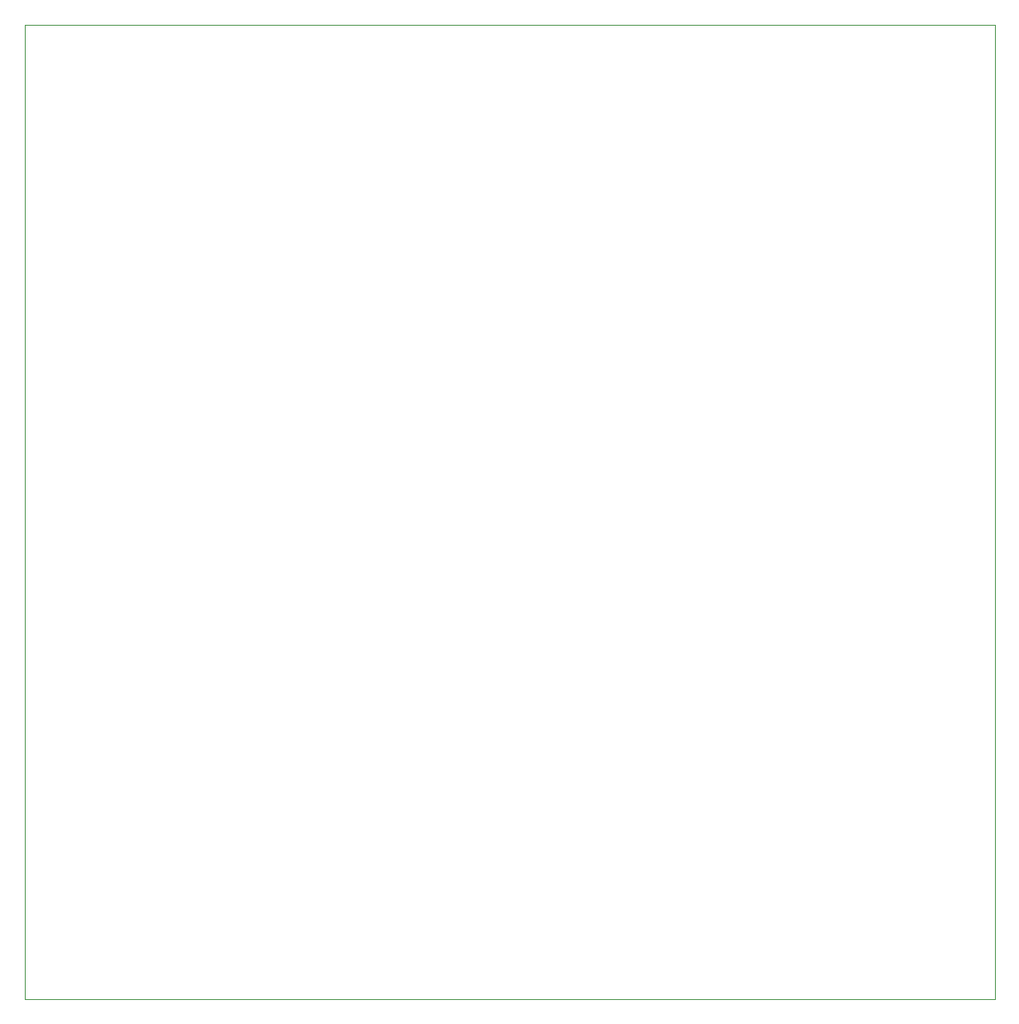
<source format=gbr>
%TF.GenerationSoftware,KiCad,Pcbnew,(7.0.0)*%
%TF.CreationDate,2023-03-07T12:31:48-06:00*%
%TF.ProjectId,finalproj,66696e61-6c70-4726-9f6a-2e6b69636164,rev?*%
%TF.SameCoordinates,Original*%
%TF.FileFunction,Profile,NP*%
%FSLAX46Y46*%
G04 Gerber Fmt 4.6, Leading zero omitted, Abs format (unit mm)*
G04 Created by KiCad (PCBNEW (7.0.0)) date 2023-03-07 12:31:48*
%MOMM*%
%LPD*%
G01*
G04 APERTURE LIST*
%TA.AperFunction,Profile*%
%ADD10C,0.100000*%
%TD*%
G04 APERTURE END LIST*
D10*
X12600000Y-12400000D02*
X111800000Y-12400000D01*
X111800000Y-12400000D02*
X111800000Y-112000000D01*
X111800000Y-112000000D02*
X12600000Y-112000000D01*
X12600000Y-112000000D02*
X12600000Y-12400000D01*
M02*

</source>
